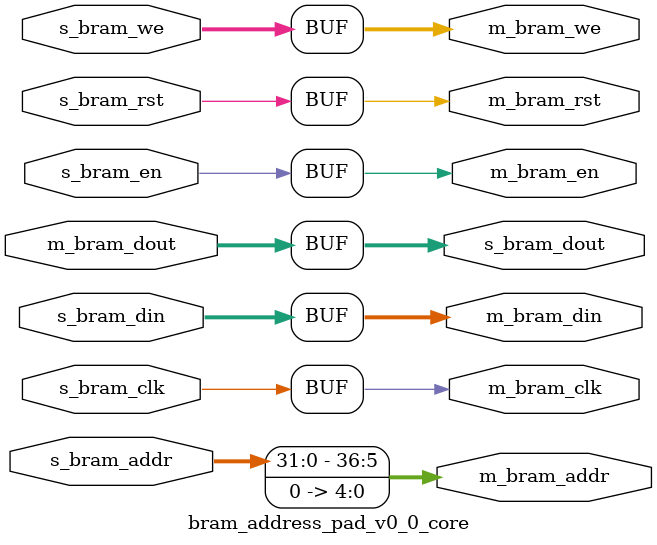
<source format=v>

`timescale 1ps/1ps
`default_nettype none

module bram_address_pad_v0_0_core #(
///////////////////////////////////////////////////////////////////////////////
// Parameter Definitions
///////////////////////////////////////////////////////////////////////////////
    // Parameters of BRAM Master Interface BRAM
    parameter C_BRAM_ADDR_WIDTH     = 32,
    parameter C_BRAM_DATA_WIDTH     = 256,
    parameter C_BRAM_ADDR_PAD_WIDTH = 5
) (
///////////////////////////////////////////////////////////////////////////////
// Port Declarations
///////////////////////////////////////////////////////////////////////////////
    // Ports of BRAM Slave Interface S_BRAM
    (* X_INTERFACE_INFO = "xilinx.com:interface:bram:1.0 S_BRAM CLK" *)
    (* X_INTERFACE_PARAMETER = "MASTER_TYPE BRAM_CTRL,MEM_ECC NONE,MEM_WIDTH 256,MEM_SIZE 1024,READ_WRITE_MODE READ_WRITE" *)
    input  wire                                 s_bram_clk,
    (* X_INTERFACE_INFO = "xilinx.com:interface:bram:1.0 S_BRAM RST" *)
    input  wire                                 s_bram_rst,
    (* X_INTERFACE_INFO = "xilinx.com:interface:bram:1.0 S_BRAM ADDR" *)
    input  wire [C_BRAM_ADDR_WIDTH-1 : 0]       s_bram_addr,
    (* X_INTERFACE_INFO = "xilinx.com:interface:bram:1.0 S_BRAM DIN" *)
    input  wire [C_BRAM_DATA_WIDTH-1 : 0]       s_bram_din,
    (* X_INTERFACE_INFO = "xilinx.com:interface:bram:1.0 S_BRAM DOUT" *)
    output wire [C_BRAM_DATA_WIDTH-1 : 0]       s_bram_dout,
    (* X_INTERFACE_INFO = "xilinx.com:interface:bram:1.0 S_BRAM EN" *)
    input  wire                                 s_bram_en,
    (* X_INTERFACE_INFO = "xilinx.com:interface:bram:1.0 S_BRAM WE" *)
    input  wire [(C_BRAM_DATA_WIDTH/8)-1 : 0]   s_bram_we,

    // Ports of BRAM Master Interface M_BRAM
    (* X_INTERFACE_INFO = "xilinx.com:interface:bram:1.0 M_BRAM CLK" *)
    (* X_INTERFACE_PARAMETER = "MASTER_TYPE BRAM_CTRL,MEM_ECC NONE,MEM_WIDTH 256,MEM_SIZE 1024,READ_WRITE_MODE READ_WRITE" *)
    output wire                                 m_bram_clk,
    (* X_INTERFACE_INFO = "xilinx.com:interface:bram:1.0 M_BRAM RST" *)
    output wire                                 m_bram_rst,
    (* X_INTERFACE_INFO = "xilinx.com:interface:bram:1.0 M_BRAM ADDR" *)
    output wire [C_BRAM_ADDR_WIDTH + C_BRAM_ADDR_PAD_WIDTH - 1 : 0] m_bram_addr,
    (* X_INTERFACE_INFO = "xilinx.com:interface:bram:1.0 M_BRAM DIN" *)
    output wire [C_BRAM_DATA_WIDTH-1 : 0]       m_bram_din,
    (* X_INTERFACE_INFO = "xilinx.com:interface:bram:1.0 M_BRAM DOUT" *)
    input  wire [C_BRAM_DATA_WIDTH-1 : 0]       m_bram_dout,
    (* X_INTERFACE_INFO = "xilinx.com:interface:bram:1.0 M_BRAM EN" *)
    output wire                                 m_bram_en,
    (* X_INTERFACE_INFO = "xilinx.com:interface:bram:1.0 M_BRAM WE" *)
    output wire [(C_BRAM_DATA_WIDTH/8)-1 : 0]   m_bram_we

);

////////////////////////////////////////////////////////////////////////////////
// Wires/Reg declarations
////////////////////////////////////////////////////////////////////////////////

////////////////////////////////////////////////////////////////////////////////
// BEGIN RTL
////////////////////////////////////////////////////////////////////////////////

    assign m_bram_clk   = s_bram_clk;
    assign m_bram_rst   = s_bram_rst;
    assign m_bram_addr  = {s_bram_addr, {C_BRAM_ADDR_PAD_WIDTH{1'b0}}};
    assign m_bram_din   = s_bram_din;
    assign s_bram_dout  = m_bram_dout;
    assign m_bram_en    = s_bram_en;
    assign m_bram_we    = s_bram_we;

endmodule // bram_address_pad_top

`default_nettype wire

</source>
